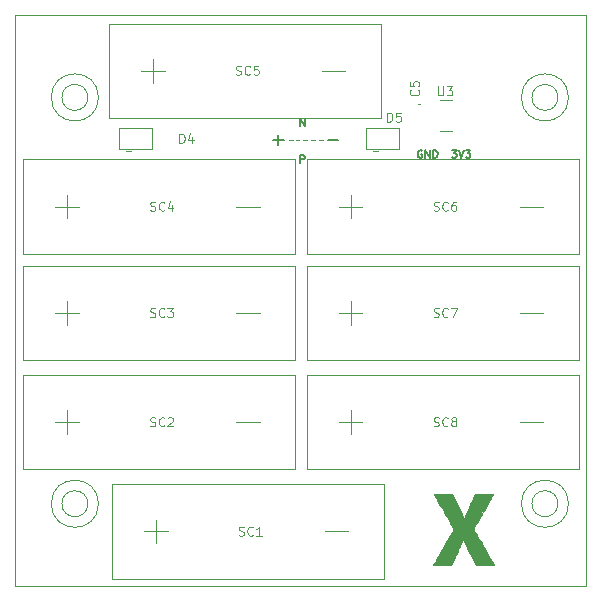
<source format=gto>
G04 #@! TF.GenerationSoftware,KiCad,Pcbnew,(5.1.4)-1*
G04 #@! TF.CreationDate,2019-10-25T18:14:47-07:00*
G04 #@! TF.ProjectId,SolarCellX_v3,536f6c61-7243-4656-9c6c-585f76332e6b,rev?*
G04 #@! TF.SameCoordinates,Original*
G04 #@! TF.FileFunction,Legend,Top*
G04 #@! TF.FilePolarity,Positive*
%FSLAX46Y46*%
G04 Gerber Fmt 4.6, Leading zero omitted, Abs format (unit mm)*
G04 Created by KiCad (PCBNEW (5.1.4)-1) date 2019-10-25 18:14:47*
%MOMM*%
%LPD*%
G04 APERTURE LIST*
%ADD10C,0.127000*%
%ADD11C,0.203200*%
%ADD12C,0.120000*%
%ADD13C,0.050000*%
%ADD14C,0.010000*%
%ADD15C,0.100000*%
%ADD16C,0.101600*%
G04 APERTURE END LIST*
D10*
X127039309Y-51468261D02*
X127432404Y-51468261D01*
X127220738Y-51710166D01*
X127311452Y-51710166D01*
X127371928Y-51740404D01*
X127402166Y-51770642D01*
X127432404Y-51831119D01*
X127432404Y-51982309D01*
X127402166Y-52042785D01*
X127371928Y-52073023D01*
X127311452Y-52103261D01*
X127130023Y-52103261D01*
X127069547Y-52073023D01*
X127039309Y-52042785D01*
X127613833Y-51468261D02*
X127825500Y-52103261D01*
X128037166Y-51468261D01*
X128188357Y-51468261D02*
X128581452Y-51468261D01*
X128369785Y-51710166D01*
X128460500Y-51710166D01*
X128520976Y-51740404D01*
X128551214Y-51770642D01*
X128581452Y-51831119D01*
X128581452Y-51982309D01*
X128551214Y-52042785D01*
X128520976Y-52073023D01*
X128460500Y-52103261D01*
X128279071Y-52103261D01*
X128218595Y-52073023D01*
X128188357Y-52042785D01*
X124484190Y-51498500D02*
X124423714Y-51468261D01*
X124333000Y-51468261D01*
X124242285Y-51498500D01*
X124181809Y-51558976D01*
X124151571Y-51619452D01*
X124121333Y-51740404D01*
X124121333Y-51831119D01*
X124151571Y-51952071D01*
X124181809Y-52012547D01*
X124242285Y-52073023D01*
X124333000Y-52103261D01*
X124393476Y-52103261D01*
X124484190Y-52073023D01*
X124514428Y-52042785D01*
X124514428Y-51831119D01*
X124393476Y-51831119D01*
X124786571Y-52103261D02*
X124786571Y-51468261D01*
X125149428Y-52103261D01*
X125149428Y-51468261D01*
X125451809Y-52103261D02*
X125451809Y-51468261D01*
X125603000Y-51468261D01*
X125693714Y-51498500D01*
X125754190Y-51558976D01*
X125784428Y-51619452D01*
X125814666Y-51740404D01*
X125814666Y-51831119D01*
X125784428Y-51952071D01*
X125754190Y-52012547D01*
X125693714Y-52073023D01*
X125603000Y-52103261D01*
X125451809Y-52103261D01*
D11*
X116531571Y-50627642D02*
X117402428Y-50627642D01*
D10*
X114197190Y-52547761D02*
X114197190Y-51912761D01*
X114439095Y-51912761D01*
X114499571Y-51943000D01*
X114529809Y-51973238D01*
X114560047Y-52033714D01*
X114560047Y-52124428D01*
X114529809Y-52184904D01*
X114499571Y-52215142D01*
X114439095Y-52245380D01*
X114197190Y-52245380D01*
X114544928Y-48798238D02*
X114544928Y-49433238D01*
X114182071Y-48798238D01*
X114182071Y-49433238D01*
D11*
X111896071Y-50627642D02*
X112766928Y-50627642D01*
X112331500Y-51063071D02*
X112331500Y-50192214D01*
D12*
X113538000Y-50609500D02*
X113220500Y-50609500D01*
X114744500Y-50609500D02*
X114427000Y-50609500D01*
X113792000Y-50609500D02*
X114109500Y-50609500D01*
X115125500Y-50609500D02*
X115443000Y-50609500D01*
X116078000Y-50609500D02*
X115760500Y-50609500D01*
D13*
X96200000Y-47000000D02*
G75*
G03X96200000Y-47000000I-1100000J0D01*
G01*
X97100000Y-81400000D02*
G75*
G03X97100000Y-81400000I-2000000J0D01*
G01*
X136900000Y-81400000D02*
G75*
G03X136900000Y-81400000I-2000000J0D01*
G01*
X136900000Y-47000000D02*
G75*
G03X136900000Y-47000000I-2000000J0D01*
G01*
X97100000Y-47000000D02*
G75*
G03X97100000Y-47000000I-2000000J0D01*
G01*
X96200000Y-81400000D02*
G75*
G03X96200000Y-81400000I-1100000J0D01*
G01*
X136000000Y-81400000D02*
G75*
G03X136000000Y-81400000I-1100000J0D01*
G01*
X136000000Y-47000000D02*
G75*
G03X136000000Y-47000000I-1100000J0D01*
G01*
X90000000Y-88400000D02*
X138400000Y-88400000D01*
X90000000Y-88400000D02*
X90000000Y-40000000D01*
X138400000Y-40000000D02*
X138400000Y-88400000D01*
X90000000Y-40000000D02*
X138400000Y-40000000D01*
D14*
G36*
X126128639Y-80584081D02*
G01*
X126265896Y-80584527D01*
X126277940Y-80584577D01*
X127054480Y-80587850D01*
X127389917Y-81286350D01*
X127501025Y-81518293D01*
X127600994Y-81728208D01*
X127690126Y-81916741D01*
X127768722Y-82084542D01*
X127837084Y-82232258D01*
X127895512Y-82360539D01*
X127944309Y-82470031D01*
X127983777Y-82561383D01*
X127991013Y-82578575D01*
X128010741Y-82623427D01*
X128027567Y-82657572D01*
X128038725Y-82675542D01*
X128040806Y-82677000D01*
X128047966Y-82665762D01*
X128062502Y-82634592D01*
X128082772Y-82587302D01*
X128107135Y-82527704D01*
X128129677Y-82470625D01*
X128195999Y-82303822D01*
X128270017Y-82124745D01*
X128352537Y-81931542D01*
X128444367Y-81722362D01*
X128546313Y-81495353D01*
X128659182Y-81248664D01*
X128712262Y-81133950D01*
X128965736Y-80587850D01*
X129735468Y-80584576D01*
X129879562Y-80584143D01*
X130013553Y-80584094D01*
X130135490Y-80584410D01*
X130243427Y-80585069D01*
X130335415Y-80586052D01*
X130409506Y-80587338D01*
X130463752Y-80588909D01*
X130496205Y-80590743D01*
X130505200Y-80592496D01*
X130498961Y-80604657D01*
X130480739Y-80637506D01*
X130451277Y-80689751D01*
X130411315Y-80760097D01*
X130361596Y-80847251D01*
X130302862Y-80949919D01*
X130235854Y-81066807D01*
X130161315Y-81196622D01*
X130079986Y-81338070D01*
X129992608Y-81489858D01*
X129899925Y-81650690D01*
X129802678Y-81819275D01*
X129701609Y-81994317D01*
X129666442Y-82055184D01*
X129564278Y-82232185D01*
X129465774Y-82403243D01*
X129371667Y-82567059D01*
X129282694Y-82722333D01*
X129199590Y-82867767D01*
X129123092Y-83002063D01*
X129053938Y-83123922D01*
X128992863Y-83232044D01*
X128940604Y-83325132D01*
X128897897Y-83401886D01*
X128865479Y-83461009D01*
X128844086Y-83501200D01*
X128834455Y-83521162D01*
X128833990Y-83523109D01*
X128841008Y-83535871D01*
X128860043Y-83569330D01*
X128890361Y-83622211D01*
X128931226Y-83693245D01*
X128981903Y-83781159D01*
X129041659Y-83884682D01*
X129109757Y-84002542D01*
X129185463Y-84133468D01*
X129268042Y-84276188D01*
X129356759Y-84429430D01*
X129450879Y-84591923D01*
X129549667Y-84762395D01*
X129652389Y-84939575D01*
X129717198Y-85051321D01*
X129821851Y-85231789D01*
X129922942Y-85406203D01*
X130019743Y-85573304D01*
X130111526Y-85731831D01*
X130197563Y-85880524D01*
X130277125Y-86018121D01*
X130349486Y-86143363D01*
X130413916Y-86254990D01*
X130469689Y-86351740D01*
X130516075Y-86432354D01*
X130552347Y-86495571D01*
X130577776Y-86540131D01*
X130591636Y-86564773D01*
X130594100Y-86569500D01*
X130581761Y-86570633D01*
X130546190Y-86571702D01*
X130489556Y-86572689D01*
X130414026Y-86573576D01*
X130321768Y-86574346D01*
X130214951Y-86574981D01*
X130095742Y-86575463D01*
X129966310Y-86575775D01*
X129828822Y-86575898D01*
X129813014Y-86575900D01*
X129031928Y-86575900D01*
X128495389Y-85497096D01*
X128418453Y-85342538D01*
X128344677Y-85194588D01*
X128274849Y-85054812D01*
X128209756Y-84924776D01*
X128150186Y-84806045D01*
X128096929Y-84700184D01*
X128050770Y-84608760D01*
X128012500Y-84533337D01*
X127982905Y-84475482D01*
X127962773Y-84436759D01*
X127952894Y-84418736D01*
X127952033Y-84417596D01*
X127945284Y-84428519D01*
X127931265Y-84459057D01*
X127911752Y-84505091D01*
X127888519Y-84562500D01*
X127877099Y-84591525D01*
X127857511Y-84639695D01*
X127828396Y-84708455D01*
X127790866Y-84795333D01*
X127746034Y-84897854D01*
X127695014Y-85013547D01*
X127638918Y-85139936D01*
X127578859Y-85274549D01*
X127515952Y-85414913D01*
X127451307Y-85558555D01*
X127386039Y-85703000D01*
X127321261Y-85845777D01*
X127258086Y-85984411D01*
X127197627Y-86116429D01*
X127140996Y-86239359D01*
X127089307Y-86350726D01*
X127043673Y-86448058D01*
X127005499Y-86528275D01*
X126982595Y-86575900D01*
X125435391Y-86575900D01*
X125461487Y-86531669D01*
X125477330Y-86504467D01*
X125504173Y-86457956D01*
X125541131Y-86393686D01*
X125587320Y-86313205D01*
X125641854Y-86218065D01*
X125703848Y-86109815D01*
X125772419Y-85990005D01*
X125846681Y-85860185D01*
X125925749Y-85721904D01*
X126008739Y-85576713D01*
X126094765Y-85426161D01*
X126182943Y-85271798D01*
X126272389Y-85115175D01*
X126362217Y-84957841D01*
X126451542Y-84801345D01*
X126539481Y-84647238D01*
X126625147Y-84497070D01*
X126707656Y-84352390D01*
X126786124Y-84214749D01*
X126859665Y-84085696D01*
X126927395Y-83966781D01*
X126988429Y-83859554D01*
X127041882Y-83765565D01*
X127086870Y-83686364D01*
X127122507Y-83623500D01*
X127147909Y-83578524D01*
X127162191Y-83552985D01*
X127165100Y-83547509D01*
X127158970Y-83535865D01*
X127141064Y-83503399D01*
X127112108Y-83451403D01*
X127072826Y-83381167D01*
X127023945Y-83293980D01*
X126966190Y-83191132D01*
X126900286Y-83073913D01*
X126826958Y-82943614D01*
X126746933Y-82801524D01*
X126660934Y-82648933D01*
X126569689Y-82487131D01*
X126473922Y-82317409D01*
X126374358Y-82141056D01*
X126333250Y-82068269D01*
X126232355Y-81889594D01*
X126134965Y-81717021D01*
X126041804Y-81551840D01*
X125953597Y-81395343D01*
X125871071Y-81248820D01*
X125794951Y-81113561D01*
X125725961Y-80990858D01*
X125664829Y-80882000D01*
X125612278Y-80788279D01*
X125569035Y-80710985D01*
X125535826Y-80651409D01*
X125513375Y-80610841D01*
X125502408Y-80590572D01*
X125501400Y-80588434D01*
X125513737Y-80587221D01*
X125549299Y-80586177D01*
X125605913Y-80585313D01*
X125681402Y-80584641D01*
X125773594Y-80584171D01*
X125880314Y-80583914D01*
X125999387Y-80583880D01*
X126128639Y-80584081D01*
X126128639Y-80584081D01*
G37*
X126128639Y-80584081D02*
X126265896Y-80584527D01*
X126277940Y-80584577D01*
X127054480Y-80587850D01*
X127389917Y-81286350D01*
X127501025Y-81518293D01*
X127600994Y-81728208D01*
X127690126Y-81916741D01*
X127768722Y-82084542D01*
X127837084Y-82232258D01*
X127895512Y-82360539D01*
X127944309Y-82470031D01*
X127983777Y-82561383D01*
X127991013Y-82578575D01*
X128010741Y-82623427D01*
X128027567Y-82657572D01*
X128038725Y-82675542D01*
X128040806Y-82677000D01*
X128047966Y-82665762D01*
X128062502Y-82634592D01*
X128082772Y-82587302D01*
X128107135Y-82527704D01*
X128129677Y-82470625D01*
X128195999Y-82303822D01*
X128270017Y-82124745D01*
X128352537Y-81931542D01*
X128444367Y-81722362D01*
X128546313Y-81495353D01*
X128659182Y-81248664D01*
X128712262Y-81133950D01*
X128965736Y-80587850D01*
X129735468Y-80584576D01*
X129879562Y-80584143D01*
X130013553Y-80584094D01*
X130135490Y-80584410D01*
X130243427Y-80585069D01*
X130335415Y-80586052D01*
X130409506Y-80587338D01*
X130463752Y-80588909D01*
X130496205Y-80590743D01*
X130505200Y-80592496D01*
X130498961Y-80604657D01*
X130480739Y-80637506D01*
X130451277Y-80689751D01*
X130411315Y-80760097D01*
X130361596Y-80847251D01*
X130302862Y-80949919D01*
X130235854Y-81066807D01*
X130161315Y-81196622D01*
X130079986Y-81338070D01*
X129992608Y-81489858D01*
X129899925Y-81650690D01*
X129802678Y-81819275D01*
X129701609Y-81994317D01*
X129666442Y-82055184D01*
X129564278Y-82232185D01*
X129465774Y-82403243D01*
X129371667Y-82567059D01*
X129282694Y-82722333D01*
X129199590Y-82867767D01*
X129123092Y-83002063D01*
X129053938Y-83123922D01*
X128992863Y-83232044D01*
X128940604Y-83325132D01*
X128897897Y-83401886D01*
X128865479Y-83461009D01*
X128844086Y-83501200D01*
X128834455Y-83521162D01*
X128833990Y-83523109D01*
X128841008Y-83535871D01*
X128860043Y-83569330D01*
X128890361Y-83622211D01*
X128931226Y-83693245D01*
X128981903Y-83781159D01*
X129041659Y-83884682D01*
X129109757Y-84002542D01*
X129185463Y-84133468D01*
X129268042Y-84276188D01*
X129356759Y-84429430D01*
X129450879Y-84591923D01*
X129549667Y-84762395D01*
X129652389Y-84939575D01*
X129717198Y-85051321D01*
X129821851Y-85231789D01*
X129922942Y-85406203D01*
X130019743Y-85573304D01*
X130111526Y-85731831D01*
X130197563Y-85880524D01*
X130277125Y-86018121D01*
X130349486Y-86143363D01*
X130413916Y-86254990D01*
X130469689Y-86351740D01*
X130516075Y-86432354D01*
X130552347Y-86495571D01*
X130577776Y-86540131D01*
X130591636Y-86564773D01*
X130594100Y-86569500D01*
X130581761Y-86570633D01*
X130546190Y-86571702D01*
X130489556Y-86572689D01*
X130414026Y-86573576D01*
X130321768Y-86574346D01*
X130214951Y-86574981D01*
X130095742Y-86575463D01*
X129966310Y-86575775D01*
X129828822Y-86575898D01*
X129813014Y-86575900D01*
X129031928Y-86575900D01*
X128495389Y-85497096D01*
X128418453Y-85342538D01*
X128344677Y-85194588D01*
X128274849Y-85054812D01*
X128209756Y-84924776D01*
X128150186Y-84806045D01*
X128096929Y-84700184D01*
X128050770Y-84608760D01*
X128012500Y-84533337D01*
X127982905Y-84475482D01*
X127962773Y-84436759D01*
X127952894Y-84418736D01*
X127952033Y-84417596D01*
X127945284Y-84428519D01*
X127931265Y-84459057D01*
X127911752Y-84505091D01*
X127888519Y-84562500D01*
X127877099Y-84591525D01*
X127857511Y-84639695D01*
X127828396Y-84708455D01*
X127790866Y-84795333D01*
X127746034Y-84897854D01*
X127695014Y-85013547D01*
X127638918Y-85139936D01*
X127578859Y-85274549D01*
X127515952Y-85414913D01*
X127451307Y-85558555D01*
X127386039Y-85703000D01*
X127321261Y-85845777D01*
X127258086Y-85984411D01*
X127197627Y-86116429D01*
X127140996Y-86239359D01*
X127089307Y-86350726D01*
X127043673Y-86448058D01*
X127005499Y-86528275D01*
X126982595Y-86575900D01*
X125435391Y-86575900D01*
X125461487Y-86531669D01*
X125477330Y-86504467D01*
X125504173Y-86457956D01*
X125541131Y-86393686D01*
X125587320Y-86313205D01*
X125641854Y-86218065D01*
X125703848Y-86109815D01*
X125772419Y-85990005D01*
X125846681Y-85860185D01*
X125925749Y-85721904D01*
X126008739Y-85576713D01*
X126094765Y-85426161D01*
X126182943Y-85271798D01*
X126272389Y-85115175D01*
X126362217Y-84957841D01*
X126451542Y-84801345D01*
X126539481Y-84647238D01*
X126625147Y-84497070D01*
X126707656Y-84352390D01*
X126786124Y-84214749D01*
X126859665Y-84085696D01*
X126927395Y-83966781D01*
X126988429Y-83859554D01*
X127041882Y-83765565D01*
X127086870Y-83686364D01*
X127122507Y-83623500D01*
X127147909Y-83578524D01*
X127162191Y-83552985D01*
X127165100Y-83547509D01*
X127158970Y-83535865D01*
X127141064Y-83503399D01*
X127112108Y-83451403D01*
X127072826Y-83381167D01*
X127023945Y-83293980D01*
X126966190Y-83191132D01*
X126900286Y-83073913D01*
X126826958Y-82943614D01*
X126746933Y-82801524D01*
X126660934Y-82648933D01*
X126569689Y-82487131D01*
X126473922Y-82317409D01*
X126374358Y-82141056D01*
X126333250Y-82068269D01*
X126232355Y-81889594D01*
X126134965Y-81717021D01*
X126041804Y-81551840D01*
X125953597Y-81395343D01*
X125871071Y-81248820D01*
X125794951Y-81113561D01*
X125725961Y-80990858D01*
X125664829Y-80882000D01*
X125612278Y-80788279D01*
X125569035Y-80710985D01*
X125535826Y-80651409D01*
X125513375Y-80610841D01*
X125502408Y-80590572D01*
X125501400Y-80588434D01*
X125513737Y-80587221D01*
X125549299Y-80586177D01*
X125605913Y-80585313D01*
X125681402Y-80584641D01*
X125773594Y-80584171D01*
X125880314Y-80583914D01*
X125999387Y-80583880D01*
X126128639Y-80584081D01*
D15*
X124292000Y-47564000D02*
G75*
G02X124192000Y-47564000I-50000J0D01*
G01*
X124192000Y-47564000D02*
G75*
G02X124292000Y-47564000I50000J0D01*
G01*
X124192000Y-47564000D02*
X124192000Y-47564000D01*
X124292000Y-47564000D02*
X124292000Y-47564000D01*
X125992000Y-49814000D02*
X126992000Y-49821000D01*
X125992000Y-47214000D02*
X126992000Y-47211000D01*
D12*
X101666500Y-49600000D02*
X101666500Y-51400000D01*
X101666500Y-51400000D02*
X98866500Y-51400000D01*
X98866500Y-51400000D02*
X98866500Y-49600000D01*
X98866500Y-49600000D02*
X101666500Y-49600000D01*
X99466500Y-51500000D02*
X99866500Y-51500000D01*
X120358000Y-51500000D02*
X120758000Y-51500000D01*
X119758000Y-49600000D02*
X122558000Y-49600000D01*
X119758000Y-51400000D02*
X119758000Y-49600000D01*
X122558000Y-51400000D02*
X119758000Y-51400000D01*
X122558000Y-49600000D02*
X122558000Y-51400000D01*
X116250000Y-83750000D02*
X118250000Y-83750000D01*
X100950000Y-83750000D02*
X102950000Y-83750000D01*
X101950000Y-82750000D02*
X101950000Y-84750000D01*
X98250000Y-87750000D02*
X98250000Y-79750000D01*
X121250000Y-87750000D02*
X98250000Y-87750000D01*
X121250000Y-79750000D02*
X121250000Y-87750000D01*
X98250000Y-79750000D02*
X121250000Y-79750000D01*
X132750000Y-74500000D02*
X134750000Y-74500000D01*
X117450000Y-74500000D02*
X119450000Y-74500000D01*
X118450000Y-73500000D02*
X118450000Y-75500000D01*
X114750000Y-78500000D02*
X114750000Y-70500000D01*
X137750000Y-78500000D02*
X114750000Y-78500000D01*
X137750000Y-70500000D02*
X137750000Y-78500000D01*
X114750000Y-70500000D02*
X137750000Y-70500000D01*
X132750000Y-65250000D02*
X134750000Y-65250000D01*
X117450000Y-65250000D02*
X119450000Y-65250000D01*
X118450000Y-64250000D02*
X118450000Y-66250000D01*
X114750000Y-69250000D02*
X114750000Y-61250000D01*
X137750000Y-69250000D02*
X114750000Y-69250000D01*
X137750000Y-61250000D02*
X137750000Y-69250000D01*
X114750000Y-61250000D02*
X137750000Y-61250000D01*
X132750000Y-56250000D02*
X134750000Y-56250000D01*
X117450000Y-56250000D02*
X119450000Y-56250000D01*
X118450000Y-55250000D02*
X118450000Y-57250000D01*
X114750000Y-60250000D02*
X114750000Y-52250000D01*
X137750000Y-60250000D02*
X114750000Y-60250000D01*
X137750000Y-52250000D02*
X137750000Y-60250000D01*
X114750000Y-52250000D02*
X137750000Y-52250000D01*
X116000000Y-44750000D02*
X118000000Y-44750000D01*
X100700000Y-44750000D02*
X102700000Y-44750000D01*
X101700000Y-43750000D02*
X101700000Y-45750000D01*
X98000000Y-48750000D02*
X98000000Y-40750000D01*
X121000000Y-48750000D02*
X98000000Y-48750000D01*
X121000000Y-40750000D02*
X121000000Y-48750000D01*
X98000000Y-40750000D02*
X121000000Y-40750000D01*
X108750000Y-56250000D02*
X110750000Y-56250000D01*
X93450000Y-56250000D02*
X95450000Y-56250000D01*
X94450000Y-55250000D02*
X94450000Y-57250000D01*
X90750000Y-60250000D02*
X90750000Y-52250000D01*
X113750000Y-60250000D02*
X90750000Y-60250000D01*
X113750000Y-52250000D02*
X113750000Y-60250000D01*
X90750000Y-52250000D02*
X113750000Y-52250000D01*
X108750000Y-65250000D02*
X110750000Y-65250000D01*
X93450000Y-65250000D02*
X95450000Y-65250000D01*
X94450000Y-64250000D02*
X94450000Y-66250000D01*
X90750000Y-69250000D02*
X90750000Y-61250000D01*
X113750000Y-69250000D02*
X90750000Y-69250000D01*
X113750000Y-61250000D02*
X113750000Y-69250000D01*
X90750000Y-61250000D02*
X113750000Y-61250000D01*
X108750000Y-74500000D02*
X110750000Y-74500000D01*
X93450000Y-74500000D02*
X95450000Y-74500000D01*
X94450000Y-73500000D02*
X94450000Y-75500000D01*
X90750000Y-78500000D02*
X90750000Y-70500000D01*
X113750000Y-78500000D02*
X90750000Y-78500000D01*
X113750000Y-70500000D02*
X113750000Y-78500000D01*
X90750000Y-70500000D02*
X113750000Y-70500000D01*
D16*
X125847928Y-46064714D02*
X125847928Y-46681571D01*
X125884214Y-46754142D01*
X125920500Y-46790428D01*
X125993071Y-46826714D01*
X126138214Y-46826714D01*
X126210785Y-46790428D01*
X126247071Y-46754142D01*
X126283357Y-46681571D01*
X126283357Y-46064714D01*
X126573642Y-46064714D02*
X127045357Y-46064714D01*
X126791357Y-46355000D01*
X126900214Y-46355000D01*
X126972785Y-46391285D01*
X127009071Y-46427571D01*
X127045357Y-46500142D01*
X127045357Y-46681571D01*
X127009071Y-46754142D01*
X126972785Y-46790428D01*
X126900214Y-46826714D01*
X126682500Y-46826714D01*
X126609928Y-46790428D01*
X126573642Y-46754142D01*
X124160642Y-46355000D02*
X124196928Y-46391285D01*
X124233214Y-46500142D01*
X124233214Y-46572714D01*
X124196928Y-46681571D01*
X124124357Y-46754142D01*
X124051785Y-46790428D01*
X123906642Y-46826714D01*
X123797785Y-46826714D01*
X123652642Y-46790428D01*
X123580071Y-46754142D01*
X123507500Y-46681571D01*
X123471214Y-46572714D01*
X123471214Y-46500142D01*
X123507500Y-46391285D01*
X123543785Y-46355000D01*
X123471214Y-45665571D02*
X123471214Y-46028428D01*
X123834071Y-46064714D01*
X123797785Y-46028428D01*
X123761500Y-45955857D01*
X123761500Y-45774428D01*
X123797785Y-45701857D01*
X123834071Y-45665571D01*
X123906642Y-45629285D01*
X124088071Y-45629285D01*
X124160642Y-45665571D01*
X124196928Y-45701857D01*
X124233214Y-45774428D01*
X124233214Y-45955857D01*
X124196928Y-46028428D01*
X124160642Y-46064714D01*
X103954071Y-50844714D02*
X103954071Y-50082714D01*
X104135500Y-50082714D01*
X104244357Y-50119000D01*
X104316928Y-50191571D01*
X104353214Y-50264142D01*
X104389500Y-50409285D01*
X104389500Y-50518142D01*
X104353214Y-50663285D01*
X104316928Y-50735857D01*
X104244357Y-50808428D01*
X104135500Y-50844714D01*
X103954071Y-50844714D01*
X105042642Y-50336714D02*
X105042642Y-50844714D01*
X104861214Y-50046428D02*
X104679785Y-50590714D01*
X105151500Y-50590714D01*
X121548071Y-49049214D02*
X121548071Y-48287214D01*
X121729500Y-48287214D01*
X121838357Y-48323500D01*
X121910928Y-48396071D01*
X121947214Y-48468642D01*
X121983500Y-48613785D01*
X121983500Y-48722642D01*
X121947214Y-48867785D01*
X121910928Y-48940357D01*
X121838357Y-49012928D01*
X121729500Y-49049214D01*
X121548071Y-49049214D01*
X122672928Y-48287214D02*
X122310071Y-48287214D01*
X122273785Y-48650071D01*
X122310071Y-48613785D01*
X122382642Y-48577500D01*
X122564071Y-48577500D01*
X122636642Y-48613785D01*
X122672928Y-48650071D01*
X122709214Y-48722642D01*
X122709214Y-48904071D01*
X122672928Y-48976642D01*
X122636642Y-49012928D01*
X122564071Y-49049214D01*
X122382642Y-49049214D01*
X122310071Y-49012928D01*
X122273785Y-48976642D01*
X108988428Y-84058428D02*
X109097285Y-84094714D01*
X109278714Y-84094714D01*
X109351285Y-84058428D01*
X109387571Y-84022142D01*
X109423857Y-83949571D01*
X109423857Y-83877000D01*
X109387571Y-83804428D01*
X109351285Y-83768142D01*
X109278714Y-83731857D01*
X109133571Y-83695571D01*
X109061000Y-83659285D01*
X109024714Y-83623000D01*
X108988428Y-83550428D01*
X108988428Y-83477857D01*
X109024714Y-83405285D01*
X109061000Y-83369000D01*
X109133571Y-83332714D01*
X109315000Y-83332714D01*
X109423857Y-83369000D01*
X110185857Y-84022142D02*
X110149571Y-84058428D01*
X110040714Y-84094714D01*
X109968142Y-84094714D01*
X109859285Y-84058428D01*
X109786714Y-83985857D01*
X109750428Y-83913285D01*
X109714142Y-83768142D01*
X109714142Y-83659285D01*
X109750428Y-83514142D01*
X109786714Y-83441571D01*
X109859285Y-83369000D01*
X109968142Y-83332714D01*
X110040714Y-83332714D01*
X110149571Y-83369000D01*
X110185857Y-83405285D01*
X110911571Y-84094714D02*
X110476142Y-84094714D01*
X110693857Y-84094714D02*
X110693857Y-83332714D01*
X110621285Y-83441571D01*
X110548714Y-83514142D01*
X110476142Y-83550428D01*
X125488428Y-74808428D02*
X125597285Y-74844714D01*
X125778714Y-74844714D01*
X125851285Y-74808428D01*
X125887571Y-74772142D01*
X125923857Y-74699571D01*
X125923857Y-74627000D01*
X125887571Y-74554428D01*
X125851285Y-74518142D01*
X125778714Y-74481857D01*
X125633571Y-74445571D01*
X125561000Y-74409285D01*
X125524714Y-74373000D01*
X125488428Y-74300428D01*
X125488428Y-74227857D01*
X125524714Y-74155285D01*
X125561000Y-74119000D01*
X125633571Y-74082714D01*
X125815000Y-74082714D01*
X125923857Y-74119000D01*
X126685857Y-74772142D02*
X126649571Y-74808428D01*
X126540714Y-74844714D01*
X126468142Y-74844714D01*
X126359285Y-74808428D01*
X126286714Y-74735857D01*
X126250428Y-74663285D01*
X126214142Y-74518142D01*
X126214142Y-74409285D01*
X126250428Y-74264142D01*
X126286714Y-74191571D01*
X126359285Y-74119000D01*
X126468142Y-74082714D01*
X126540714Y-74082714D01*
X126649571Y-74119000D01*
X126685857Y-74155285D01*
X127121285Y-74409285D02*
X127048714Y-74373000D01*
X127012428Y-74336714D01*
X126976142Y-74264142D01*
X126976142Y-74227857D01*
X127012428Y-74155285D01*
X127048714Y-74119000D01*
X127121285Y-74082714D01*
X127266428Y-74082714D01*
X127339000Y-74119000D01*
X127375285Y-74155285D01*
X127411571Y-74227857D01*
X127411571Y-74264142D01*
X127375285Y-74336714D01*
X127339000Y-74373000D01*
X127266428Y-74409285D01*
X127121285Y-74409285D01*
X127048714Y-74445571D01*
X127012428Y-74481857D01*
X126976142Y-74554428D01*
X126976142Y-74699571D01*
X127012428Y-74772142D01*
X127048714Y-74808428D01*
X127121285Y-74844714D01*
X127266428Y-74844714D01*
X127339000Y-74808428D01*
X127375285Y-74772142D01*
X127411571Y-74699571D01*
X127411571Y-74554428D01*
X127375285Y-74481857D01*
X127339000Y-74445571D01*
X127266428Y-74409285D01*
X125488428Y-65558428D02*
X125597285Y-65594714D01*
X125778714Y-65594714D01*
X125851285Y-65558428D01*
X125887571Y-65522142D01*
X125923857Y-65449571D01*
X125923857Y-65377000D01*
X125887571Y-65304428D01*
X125851285Y-65268142D01*
X125778714Y-65231857D01*
X125633571Y-65195571D01*
X125561000Y-65159285D01*
X125524714Y-65123000D01*
X125488428Y-65050428D01*
X125488428Y-64977857D01*
X125524714Y-64905285D01*
X125561000Y-64869000D01*
X125633571Y-64832714D01*
X125815000Y-64832714D01*
X125923857Y-64869000D01*
X126685857Y-65522142D02*
X126649571Y-65558428D01*
X126540714Y-65594714D01*
X126468142Y-65594714D01*
X126359285Y-65558428D01*
X126286714Y-65485857D01*
X126250428Y-65413285D01*
X126214142Y-65268142D01*
X126214142Y-65159285D01*
X126250428Y-65014142D01*
X126286714Y-64941571D01*
X126359285Y-64869000D01*
X126468142Y-64832714D01*
X126540714Y-64832714D01*
X126649571Y-64869000D01*
X126685857Y-64905285D01*
X126939857Y-64832714D02*
X127447857Y-64832714D01*
X127121285Y-65594714D01*
X125488428Y-56558428D02*
X125597285Y-56594714D01*
X125778714Y-56594714D01*
X125851285Y-56558428D01*
X125887571Y-56522142D01*
X125923857Y-56449571D01*
X125923857Y-56377000D01*
X125887571Y-56304428D01*
X125851285Y-56268142D01*
X125778714Y-56231857D01*
X125633571Y-56195571D01*
X125561000Y-56159285D01*
X125524714Y-56123000D01*
X125488428Y-56050428D01*
X125488428Y-55977857D01*
X125524714Y-55905285D01*
X125561000Y-55869000D01*
X125633571Y-55832714D01*
X125815000Y-55832714D01*
X125923857Y-55869000D01*
X126685857Y-56522142D02*
X126649571Y-56558428D01*
X126540714Y-56594714D01*
X126468142Y-56594714D01*
X126359285Y-56558428D01*
X126286714Y-56485857D01*
X126250428Y-56413285D01*
X126214142Y-56268142D01*
X126214142Y-56159285D01*
X126250428Y-56014142D01*
X126286714Y-55941571D01*
X126359285Y-55869000D01*
X126468142Y-55832714D01*
X126540714Y-55832714D01*
X126649571Y-55869000D01*
X126685857Y-55905285D01*
X127339000Y-55832714D02*
X127193857Y-55832714D01*
X127121285Y-55869000D01*
X127085000Y-55905285D01*
X127012428Y-56014142D01*
X126976142Y-56159285D01*
X126976142Y-56449571D01*
X127012428Y-56522142D01*
X127048714Y-56558428D01*
X127121285Y-56594714D01*
X127266428Y-56594714D01*
X127339000Y-56558428D01*
X127375285Y-56522142D01*
X127411571Y-56449571D01*
X127411571Y-56268142D01*
X127375285Y-56195571D01*
X127339000Y-56159285D01*
X127266428Y-56123000D01*
X127121285Y-56123000D01*
X127048714Y-56159285D01*
X127012428Y-56195571D01*
X126976142Y-56268142D01*
X108738428Y-45058428D02*
X108847285Y-45094714D01*
X109028714Y-45094714D01*
X109101285Y-45058428D01*
X109137571Y-45022142D01*
X109173857Y-44949571D01*
X109173857Y-44877000D01*
X109137571Y-44804428D01*
X109101285Y-44768142D01*
X109028714Y-44731857D01*
X108883571Y-44695571D01*
X108811000Y-44659285D01*
X108774714Y-44623000D01*
X108738428Y-44550428D01*
X108738428Y-44477857D01*
X108774714Y-44405285D01*
X108811000Y-44369000D01*
X108883571Y-44332714D01*
X109065000Y-44332714D01*
X109173857Y-44369000D01*
X109935857Y-45022142D02*
X109899571Y-45058428D01*
X109790714Y-45094714D01*
X109718142Y-45094714D01*
X109609285Y-45058428D01*
X109536714Y-44985857D01*
X109500428Y-44913285D01*
X109464142Y-44768142D01*
X109464142Y-44659285D01*
X109500428Y-44514142D01*
X109536714Y-44441571D01*
X109609285Y-44369000D01*
X109718142Y-44332714D01*
X109790714Y-44332714D01*
X109899571Y-44369000D01*
X109935857Y-44405285D01*
X110625285Y-44332714D02*
X110262428Y-44332714D01*
X110226142Y-44695571D01*
X110262428Y-44659285D01*
X110335000Y-44623000D01*
X110516428Y-44623000D01*
X110589000Y-44659285D01*
X110625285Y-44695571D01*
X110661571Y-44768142D01*
X110661571Y-44949571D01*
X110625285Y-45022142D01*
X110589000Y-45058428D01*
X110516428Y-45094714D01*
X110335000Y-45094714D01*
X110262428Y-45058428D01*
X110226142Y-45022142D01*
X101488428Y-56558428D02*
X101597285Y-56594714D01*
X101778714Y-56594714D01*
X101851285Y-56558428D01*
X101887571Y-56522142D01*
X101923857Y-56449571D01*
X101923857Y-56377000D01*
X101887571Y-56304428D01*
X101851285Y-56268142D01*
X101778714Y-56231857D01*
X101633571Y-56195571D01*
X101561000Y-56159285D01*
X101524714Y-56123000D01*
X101488428Y-56050428D01*
X101488428Y-55977857D01*
X101524714Y-55905285D01*
X101561000Y-55869000D01*
X101633571Y-55832714D01*
X101815000Y-55832714D01*
X101923857Y-55869000D01*
X102685857Y-56522142D02*
X102649571Y-56558428D01*
X102540714Y-56594714D01*
X102468142Y-56594714D01*
X102359285Y-56558428D01*
X102286714Y-56485857D01*
X102250428Y-56413285D01*
X102214142Y-56268142D01*
X102214142Y-56159285D01*
X102250428Y-56014142D01*
X102286714Y-55941571D01*
X102359285Y-55869000D01*
X102468142Y-55832714D01*
X102540714Y-55832714D01*
X102649571Y-55869000D01*
X102685857Y-55905285D01*
X103339000Y-56086714D02*
X103339000Y-56594714D01*
X103157571Y-55796428D02*
X102976142Y-56340714D01*
X103447857Y-56340714D01*
X101488428Y-65558428D02*
X101597285Y-65594714D01*
X101778714Y-65594714D01*
X101851285Y-65558428D01*
X101887571Y-65522142D01*
X101923857Y-65449571D01*
X101923857Y-65377000D01*
X101887571Y-65304428D01*
X101851285Y-65268142D01*
X101778714Y-65231857D01*
X101633571Y-65195571D01*
X101561000Y-65159285D01*
X101524714Y-65123000D01*
X101488428Y-65050428D01*
X101488428Y-64977857D01*
X101524714Y-64905285D01*
X101561000Y-64869000D01*
X101633571Y-64832714D01*
X101815000Y-64832714D01*
X101923857Y-64869000D01*
X102685857Y-65522142D02*
X102649571Y-65558428D01*
X102540714Y-65594714D01*
X102468142Y-65594714D01*
X102359285Y-65558428D01*
X102286714Y-65485857D01*
X102250428Y-65413285D01*
X102214142Y-65268142D01*
X102214142Y-65159285D01*
X102250428Y-65014142D01*
X102286714Y-64941571D01*
X102359285Y-64869000D01*
X102468142Y-64832714D01*
X102540714Y-64832714D01*
X102649571Y-64869000D01*
X102685857Y-64905285D01*
X102939857Y-64832714D02*
X103411571Y-64832714D01*
X103157571Y-65123000D01*
X103266428Y-65123000D01*
X103339000Y-65159285D01*
X103375285Y-65195571D01*
X103411571Y-65268142D01*
X103411571Y-65449571D01*
X103375285Y-65522142D01*
X103339000Y-65558428D01*
X103266428Y-65594714D01*
X103048714Y-65594714D01*
X102976142Y-65558428D01*
X102939857Y-65522142D01*
X101488428Y-74808428D02*
X101597285Y-74844714D01*
X101778714Y-74844714D01*
X101851285Y-74808428D01*
X101887571Y-74772142D01*
X101923857Y-74699571D01*
X101923857Y-74627000D01*
X101887571Y-74554428D01*
X101851285Y-74518142D01*
X101778714Y-74481857D01*
X101633571Y-74445571D01*
X101561000Y-74409285D01*
X101524714Y-74373000D01*
X101488428Y-74300428D01*
X101488428Y-74227857D01*
X101524714Y-74155285D01*
X101561000Y-74119000D01*
X101633571Y-74082714D01*
X101815000Y-74082714D01*
X101923857Y-74119000D01*
X102685857Y-74772142D02*
X102649571Y-74808428D01*
X102540714Y-74844714D01*
X102468142Y-74844714D01*
X102359285Y-74808428D01*
X102286714Y-74735857D01*
X102250428Y-74663285D01*
X102214142Y-74518142D01*
X102214142Y-74409285D01*
X102250428Y-74264142D01*
X102286714Y-74191571D01*
X102359285Y-74119000D01*
X102468142Y-74082714D01*
X102540714Y-74082714D01*
X102649571Y-74119000D01*
X102685857Y-74155285D01*
X102976142Y-74155285D02*
X103012428Y-74119000D01*
X103085000Y-74082714D01*
X103266428Y-74082714D01*
X103339000Y-74119000D01*
X103375285Y-74155285D01*
X103411571Y-74227857D01*
X103411571Y-74300428D01*
X103375285Y-74409285D01*
X102939857Y-74844714D01*
X103411571Y-74844714D01*
M02*

</source>
